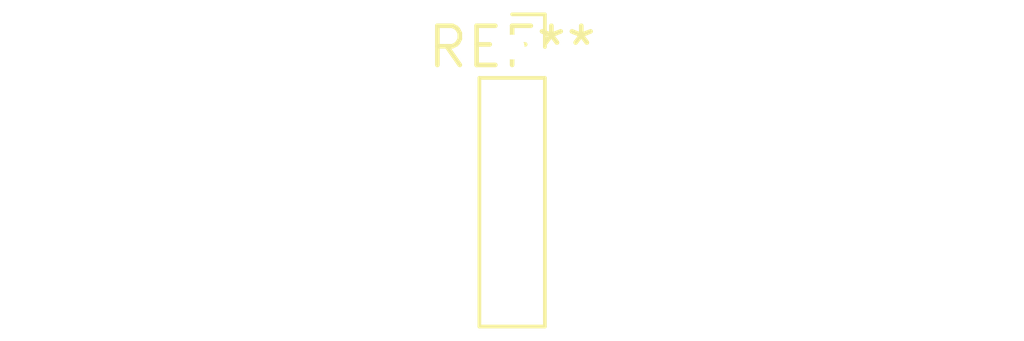
<source format=kicad_pcb>
(kicad_pcb (version 20240108) (generator pcbnew)
  (layers (0 "F.Cu" signal) (31 "B.Cu" signal) (34 "B.Paste" user) (35 "F.Paste" user) (36 "B.SilkS" user "B.Silkscreen") (37 "F.SilkS" user "F.Silkscreen") (38 "B.Mask" user) (39 "F.Mask" user) (44 "Edge.Cuts" user))
  (net 0 "")
  (footprint "PinSocket_1x05_P2.00mm_Vertical" (layer "F.Cu") (at 0 0)
    (property "Reference" "REF**")
    (property "Value" "PinSocket_1x05_P2.00mm_Vertical")
    (fp_line (start -1.06 1) (end -1.06 9.06) (layer "F.SilkS") (stroke (width 0.12)))
    (fp_line (start -1.06 1) (end 1.06 1) (layer "F.SilkS") (stroke (width 0.12)))
    (fp_line (start -1.06 9.06) (end 1.06 9.06) (layer "F.SilkS") (stroke (width 0.12)))
    (fp_line (start 0 -1.06) (end 1.06 -1.06) (layer "F.SilkS") (stroke (width 0.12)))
    (fp_line (start 1.06 -1.06) (end 1.06 0) (layer "F.SilkS") (stroke (width 0.12)))
    (fp_line (start 1.06 1) (end 1.06 9.06) (layer "F.SilkS") (stroke (width 0.12)))
    (pad "1" thru_hole rect (at 0 0) (size 1.35 1.35) (drill 0.8) (layers *.Cu *.Mask) (remove_unused_layers))
    (pad "2" thru_hole oval (at 0 2) (size 1.35 1.35) (drill 0.8) (layers *.Cu *.Mask) (remove_unused_layers))
    (pad "3" thru_hole oval (at 0 4) (size 1.35 1.35) (drill 0.8) (layers *.Cu *.Mask) (remove_unused_layers))
    (pad "4" thru_hole oval (at 0 6) (size 1.35 1.35) (drill 0.8) (layers *.Cu *.Mask) (remove_unused_layers))
    (pad "5" thru_hole oval (at 0 8) (size 1.35 1.35) (drill 0.8) (layers *.Cu *.Mask) (remove_unused_layers))
  )
)
</source>
